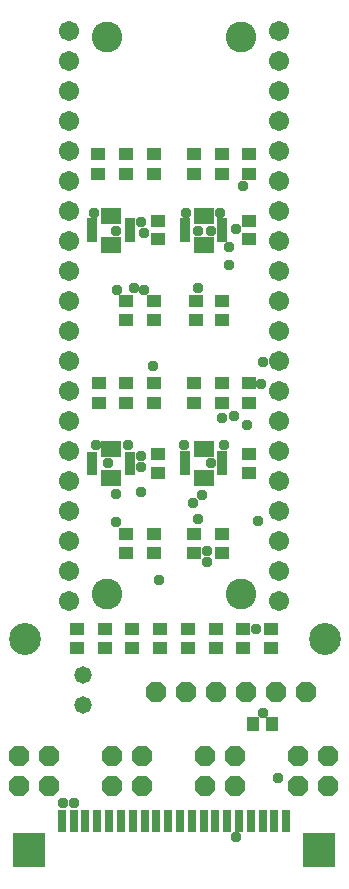
<source format=gbr>
G04 EAGLE Gerber RS-274X export*
G75*
%MOMM*%
%FSLAX34Y34*%
%LPD*%
%INSoldermask Bottom*%
%IPPOS*%
%AMOC8*
5,1,8,0,0,1.08239X$1,22.5*%
G01*
G04 Define Apertures*
%ADD10C,2.703200*%
%ADD11R,0.965200X0.482600*%
%ADD12R,1.177100X1.001900*%
%ADD13R,1.173400X1.124100*%
%ADD14C,1.473200*%
%ADD15R,0.803200X1.903200*%
%ADD16R,2.703200X3.003200*%
%ADD17P,1.8695X8X22.5*%
%ADD18C,1.711200*%
%ADD19C,2.603200*%
%ADD20R,0.838200X1.473200*%
%ADD21R,1.001900X1.177100*%
%ADD22C,0.959600*%
D10*
X277840Y217170D03*
X23840Y217170D03*
D11*
X112428Y570672D03*
X112428Y565671D03*
X112428Y560669D03*
X112428Y555668D03*
X80932Y555668D03*
X80932Y560669D03*
X80932Y565671D03*
X80932Y570672D03*
X191008Y570672D03*
X191008Y565671D03*
X191008Y560669D03*
X191008Y555668D03*
X159512Y555668D03*
X159512Y560669D03*
X159512Y565671D03*
X159512Y570672D03*
D12*
X85771Y627102D03*
X85771Y610798D03*
X109738Y486944D03*
X109738Y503248D03*
X133246Y486944D03*
X133246Y503248D03*
X91230Y209018D03*
X91230Y225322D03*
X67721Y209018D03*
X67721Y225322D03*
X109738Y610898D03*
X109738Y627202D03*
X133246Y610898D03*
X133246Y627202D03*
D13*
X136399Y570916D03*
X136399Y555424D03*
D11*
X112428Y372867D03*
X112428Y367866D03*
X112428Y362864D03*
X112428Y357863D03*
X80932Y357863D03*
X80932Y362864D03*
X80932Y367866D03*
X80932Y372867D03*
D12*
X86230Y433207D03*
X86230Y416903D03*
X109738Y289774D03*
X109738Y306078D03*
X133246Y289774D03*
X133246Y306078D03*
X138246Y209018D03*
X138246Y225322D03*
X114738Y209018D03*
X114738Y225322D03*
X109738Y416903D03*
X109738Y433207D03*
X133246Y416903D03*
X133246Y433207D03*
D13*
X136399Y373111D03*
X136399Y357619D03*
D12*
X168246Y503057D03*
X168246Y486753D03*
X190262Y503248D03*
X190262Y486944D03*
X166754Y627202D03*
X166754Y610898D03*
D13*
X213650Y570916D03*
X213650Y555424D03*
D12*
X185262Y225322D03*
X185262Y209018D03*
X161754Y225322D03*
X161754Y209018D03*
X213771Y610898D03*
X213771Y627202D03*
X190262Y610898D03*
X190262Y627202D03*
D11*
X191008Y373502D03*
X191008Y368501D03*
X191008Y363499D03*
X191008Y358498D03*
X159512Y358498D03*
X159512Y363499D03*
X159512Y368501D03*
X159512Y373502D03*
D12*
X166754Y306078D03*
X166754Y289774D03*
X190262Y306078D03*
X190262Y289774D03*
X166754Y416903D03*
X166754Y433207D03*
D13*
X213650Y373111D03*
X213650Y357619D03*
D12*
X232279Y225322D03*
X232279Y209018D03*
X208771Y225322D03*
X208771Y209018D03*
X213771Y416903D03*
X213771Y433207D03*
X190262Y416903D03*
X190262Y433207D03*
D14*
X72780Y161290D03*
X72780Y186290D03*
D15*
X85000Y62600D03*
X75000Y62600D03*
X65000Y62600D03*
X55000Y62600D03*
D16*
X272500Y38100D03*
X27500Y38100D03*
D15*
X95000Y62600D03*
X105000Y62600D03*
X115000Y62600D03*
X125000Y62600D03*
X135000Y62600D03*
X145000Y62600D03*
X155000Y62600D03*
X165000Y62600D03*
X175000Y62600D03*
X185000Y62600D03*
X195000Y62600D03*
X205000Y62600D03*
X215000Y62600D03*
X225000Y62600D03*
X235000Y62600D03*
X245000Y62600D03*
D17*
X160020Y172085D03*
X185420Y172085D03*
X210820Y172085D03*
X261620Y172085D03*
X134620Y172085D03*
X236220Y172085D03*
X19050Y92710D03*
X19050Y118110D03*
X44450Y92710D03*
X44450Y118110D03*
X97790Y92710D03*
X97790Y118110D03*
X123190Y92710D03*
X123190Y118110D03*
X176530Y92710D03*
X176530Y118110D03*
X201930Y92710D03*
X201930Y118110D03*
X255270Y92710D03*
X255270Y118110D03*
X280670Y92710D03*
X280670Y118110D03*
D18*
X60960Y731340D03*
X60960Y705940D03*
X60960Y578940D03*
X60960Y553540D03*
X60960Y680540D03*
X60960Y655140D03*
X60960Y604340D03*
X60960Y629740D03*
X60960Y528140D03*
X60960Y502740D03*
X60960Y477340D03*
X60960Y451940D03*
X60960Y426540D03*
X60960Y401140D03*
X60960Y375740D03*
X60960Y350340D03*
X60960Y324940D03*
X60960Y299540D03*
X60960Y274140D03*
X60960Y248740D03*
X238760Y248740D03*
X238760Y274140D03*
X238760Y299540D03*
X238760Y324940D03*
X238760Y350340D03*
X238760Y375740D03*
X238760Y401140D03*
X238760Y426540D03*
X238760Y451940D03*
X238760Y477340D03*
X238760Y502740D03*
X238760Y528140D03*
X238760Y553540D03*
X238760Y578940D03*
X238760Y604340D03*
X238760Y629740D03*
X238760Y655140D03*
X238760Y680540D03*
X238760Y705940D03*
X238760Y731340D03*
D19*
X206860Y726105D03*
X92860Y726105D03*
X206870Y254965D03*
X92860Y254965D03*
D20*
X92616Y550170D03*
X100744Y550170D03*
X92616Y575170D03*
X100744Y575170D03*
X92616Y353000D03*
X100744Y353000D03*
X92616Y378000D03*
X100744Y378000D03*
X179324Y550170D03*
X171196Y550170D03*
X179324Y575170D03*
X171196Y575170D03*
X179324Y353000D03*
X171196Y353000D03*
X179324Y378000D03*
X171196Y378000D03*
D21*
X233152Y145000D03*
X216848Y145000D03*
D22*
X196596Y548640D03*
X220980Y316992D03*
X100584Y562356D03*
X124968Y560832D03*
X124968Y512064D03*
X82296Y577596D03*
X160020Y577596D03*
X225552Y153924D03*
X83820Y381000D03*
X111252Y381000D03*
X158496Y381000D03*
X224028Y432816D03*
X192024Y381000D03*
X121920Y362712D03*
X121920Y341376D03*
X137160Y266700D03*
X100584Y339852D03*
X94488Y365760D03*
X188976Y577596D03*
X202692Y563880D03*
X225552Y451104D03*
X196596Y533400D03*
X170688Y562356D03*
X208788Y600456D03*
X178308Y291084D03*
X170688Y318516D03*
X190500Y403860D03*
X178308Y281940D03*
X201168Y405384D03*
X211836Y397764D03*
X219456Y225552D03*
X166116Y332232D03*
X202692Y48768D03*
X65532Y77724D03*
X56388Y77724D03*
X237744Y99060D03*
X121920Y569976D03*
X115824Y513588D03*
X132588Y448056D03*
X102108Y512064D03*
X121920Y371856D03*
X100584Y315468D03*
X181356Y365760D03*
X173736Y338328D03*
X181356Y562356D03*
X170688Y513588D03*
M02*

</source>
